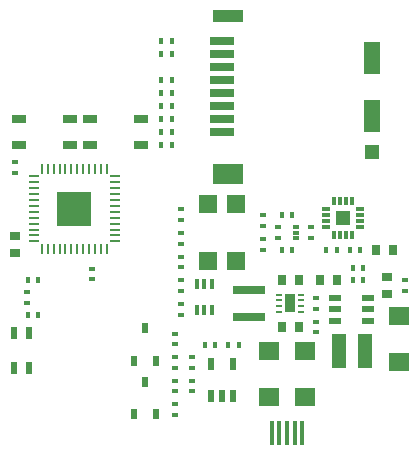
<source format=gtp>
G04*
G04 #@! TF.GenerationSoftware,Altium Limited,CircuitStudio,1.5.2 (30)*
G04*
G04 Layer_Color=7318015*
%FSLAX25Y25*%
%MOIN*%
G70*
G01*
G75*
%ADD10R,0.03543X0.06299*%
%ADD11R,0.01969X0.00984*%
%ADD12R,0.03150X0.01181*%
%ADD13R,0.01181X0.03150*%
%ADD14R,0.04843X0.04843*%
%ADD15R,0.02165X0.01772*%
%ADD16R,0.01378X0.03347*%
%ADD17R,0.05906X0.05906*%
%ADD18R,0.02756X0.03543*%
%ADD19R,0.01772X0.02165*%
%ADD20R,0.04724X0.02559*%
%ADD21R,0.03543X0.02756*%
%ADD22R,0.02362X0.03937*%
%ADD24O,0.03543X0.00984*%
%ADD25O,0.00984X0.03543*%
%ADD26R,0.02362X0.03740*%
%ADD27R,0.06614X0.05984*%
%ADD28R,0.03937X0.02165*%
%ADD29R,0.04921X0.11811*%
%ADD30R,0.01575X0.07874*%
%ADD31R,0.02362X0.03937*%
%ADD32R,0.10630X0.03150*%
%ADD33R,0.01969X0.01181*%
%ADD34R,0.04724X0.04724*%
%ADD35R,0.05512X0.10630*%
%ADD36R,0.07874X0.02756*%
%ADD37R,0.10236X0.06693*%
%ADD38R,0.10236X0.03937*%
%ADD60R,0.11260X0.11260*%
D10*
X95472Y62992D02*
D03*
D11*
X91732Y65945D02*
D03*
Y63976D02*
D03*
Y62008D02*
D03*
Y60039D02*
D03*
X99213Y65945D02*
D03*
Y63976D02*
D03*
Y62008D02*
D03*
Y60039D02*
D03*
D12*
X107579Y94488D02*
D03*
Y92520D02*
D03*
Y90551D02*
D03*
Y88583D02*
D03*
X118799D02*
D03*
Y90551D02*
D03*
Y92520D02*
D03*
Y94488D02*
D03*
D13*
X110236Y85925D02*
D03*
X112205D02*
D03*
X114173D02*
D03*
X116142D02*
D03*
Y97146D02*
D03*
X114173D02*
D03*
X112205D02*
D03*
X110236D02*
D03*
D14*
X113189Y91535D02*
D03*
D15*
X59055Y59252D02*
D03*
Y62795D02*
D03*
Y70669D02*
D03*
Y67126D02*
D03*
X59055Y86417D02*
D03*
Y82874D02*
D03*
X29528Y71063D02*
D03*
Y74606D02*
D03*
X3937Y106496D02*
D03*
Y110039D02*
D03*
X7874Y66732D02*
D03*
Y63189D02*
D03*
X57087Y25787D02*
D03*
Y29331D02*
D03*
Y41535D02*
D03*
Y45079D02*
D03*
Y49409D02*
D03*
Y52953D02*
D03*
Y33661D02*
D03*
Y37205D02*
D03*
X104331Y56890D02*
D03*
Y53347D02*
D03*
Y64764D02*
D03*
Y61221D02*
D03*
X133858Y67126D02*
D03*
Y70669D02*
D03*
X62992Y41535D02*
D03*
Y45079D02*
D03*
Y33661D02*
D03*
Y37205D02*
D03*
X59055Y90748D02*
D03*
Y94291D02*
D03*
X86614Y84449D02*
D03*
Y80905D02*
D03*
X102362Y84842D02*
D03*
Y88386D02*
D03*
X86614Y88779D02*
D03*
Y92323D02*
D03*
X59055Y75000D02*
D03*
Y78543D02*
D03*
D16*
X69488Y69291D02*
D03*
X66929D02*
D03*
X64370D02*
D03*
X69488Y60630D02*
D03*
X66929D02*
D03*
X64370D02*
D03*
D17*
X77559Y96260D02*
D03*
X68110D02*
D03*
Y76968D02*
D03*
X77559D02*
D03*
D18*
X124213Y80709D02*
D03*
X129724D02*
D03*
X105512Y70866D02*
D03*
X111024D02*
D03*
X92913Y55118D02*
D03*
X98425D02*
D03*
X92913Y70866D02*
D03*
X98425D02*
D03*
D19*
X118898Y80709D02*
D03*
X115354D02*
D03*
X111024D02*
D03*
X107480D02*
D03*
X56102Y115945D02*
D03*
X52559D02*
D03*
X56102Y124606D02*
D03*
X52559D02*
D03*
X56102Y120276D02*
D03*
X52559D02*
D03*
X56102Y150591D02*
D03*
X52559D02*
D03*
X56102Y146260D02*
D03*
X52559D02*
D03*
X56102Y133268D02*
D03*
X52559D02*
D03*
X56102Y128937D02*
D03*
X52559D02*
D03*
X56102Y137598D02*
D03*
X52559D02*
D03*
X8071Y59055D02*
D03*
X11614D02*
D03*
X8071Y70866D02*
D03*
X11614D02*
D03*
X116339Y70866D02*
D03*
X119882D02*
D03*
X116339Y74803D02*
D03*
X119882D02*
D03*
X78543Y49213D02*
D03*
X75000D02*
D03*
X70669D02*
D03*
X67126D02*
D03*
X92716Y92520D02*
D03*
X96260D02*
D03*
X96260Y80709D02*
D03*
X92717D02*
D03*
D20*
X45866Y124311D02*
D03*
X28937D02*
D03*
Y115847D02*
D03*
X45866D02*
D03*
X22244Y124311D02*
D03*
X5315D02*
D03*
Y115847D02*
D03*
X22244D02*
D03*
D21*
X3937Y79921D02*
D03*
Y85433D02*
D03*
X127953Y66142D02*
D03*
Y71653D02*
D03*
D22*
X3346Y53150D02*
D03*
Y41339D02*
D03*
X8465D02*
D03*
Y53150D02*
D03*
D24*
X10236Y83661D02*
D03*
Y85630D02*
D03*
Y87598D02*
D03*
Y89567D02*
D03*
Y91535D02*
D03*
Y93504D02*
D03*
Y95473D02*
D03*
Y97441D02*
D03*
Y99410D02*
D03*
Y101378D02*
D03*
Y103347D02*
D03*
Y105315D02*
D03*
X37008D02*
D03*
Y103347D02*
D03*
Y101378D02*
D03*
Y99410D02*
D03*
Y97441D02*
D03*
Y95473D02*
D03*
Y93504D02*
D03*
Y91535D02*
D03*
Y89567D02*
D03*
Y87598D02*
D03*
Y85630D02*
D03*
Y83661D02*
D03*
D25*
X12795Y107874D02*
D03*
X14764D02*
D03*
X16732D02*
D03*
X18701D02*
D03*
X20669D02*
D03*
X22638D02*
D03*
X24606D02*
D03*
X26575D02*
D03*
X28543D02*
D03*
X30512D02*
D03*
X32480D02*
D03*
X34449D02*
D03*
Y81102D02*
D03*
X32480D02*
D03*
X30512D02*
D03*
X28543D02*
D03*
X26575D02*
D03*
X24606D02*
D03*
X22638D02*
D03*
X20669D02*
D03*
X18701D02*
D03*
X16732D02*
D03*
X14764D02*
D03*
X12795D02*
D03*
D26*
X47244Y54626D02*
D03*
X50984Y43799D02*
D03*
X43504D02*
D03*
X47246Y36907D02*
D03*
X50986Y26080D02*
D03*
X43506D02*
D03*
D27*
X88583Y31693D02*
D03*
Y47047D02*
D03*
X131890Y43504D02*
D03*
Y58858D02*
D03*
X100394Y31693D02*
D03*
Y47047D02*
D03*
D28*
X121654Y57284D02*
D03*
Y61024D02*
D03*
Y64764D02*
D03*
X110630Y57284D02*
D03*
Y61024D02*
D03*
Y64764D02*
D03*
D29*
X111713Y47244D02*
D03*
X120571D02*
D03*
D30*
X99606Y19685D02*
D03*
X97047D02*
D03*
X94488D02*
D03*
X91929D02*
D03*
X89370D02*
D03*
D31*
X69095Y31988D02*
D03*
X72835D02*
D03*
X76575D02*
D03*
Y42815D02*
D03*
X69095D02*
D03*
D32*
X81890Y67520D02*
D03*
Y58465D02*
D03*
D33*
X91536Y84646D02*
D03*
Y88583D02*
D03*
X97441D02*
D03*
Y86614D02*
D03*
Y84646D02*
D03*
D34*
X122835Y113583D02*
D03*
D35*
Y144882D02*
D03*
Y125591D02*
D03*
D36*
X72835Y120079D02*
D03*
Y124409D02*
D03*
Y128740D02*
D03*
Y133071D02*
D03*
Y137402D02*
D03*
Y141732D02*
D03*
Y146063D02*
D03*
Y150394D02*
D03*
D37*
X74803Y106102D02*
D03*
D38*
Y158661D02*
D03*
D60*
X23622Y94488D02*
D03*
M02*

</source>
